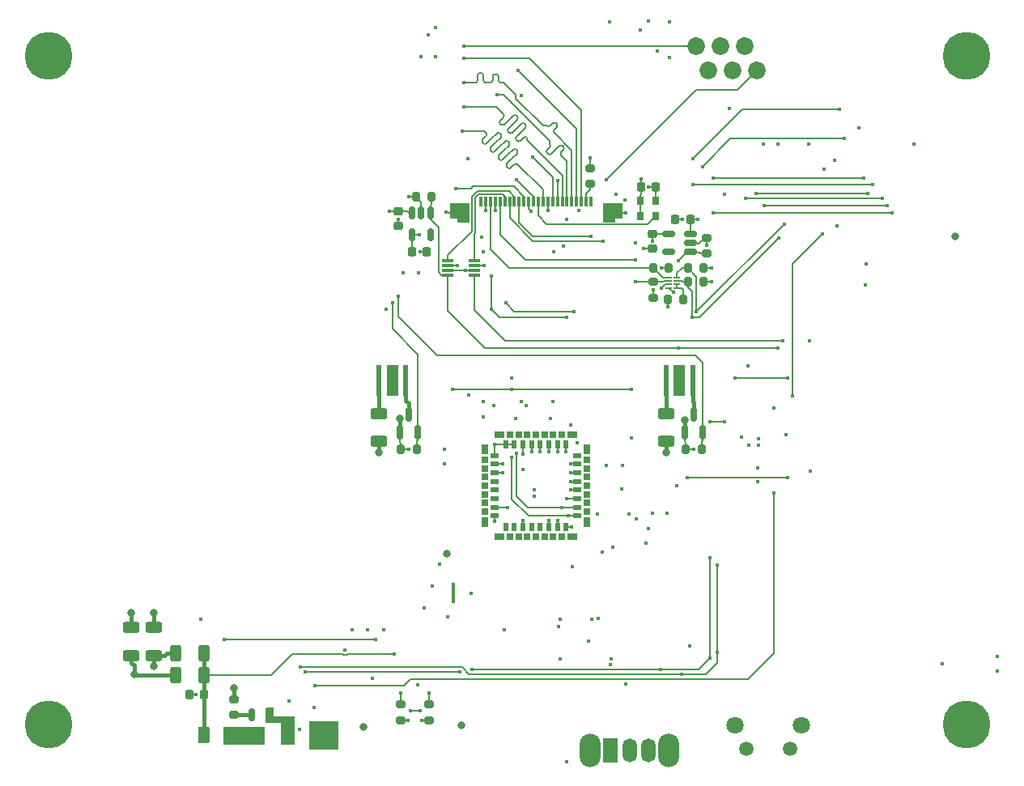
<source format=gbr>
%TF.GenerationSoftware,KiCad,Pcbnew,9.0.6+1*%
%TF.CreationDate,2026-01-21T18:29:13+00:00*%
%TF.ProjectId,Mainboard,4d61696e-626f-4617-9264-2e6b69636164,1.0.0 + (Unreleased)*%
%TF.SameCoordinates,Original*%
%TF.FileFunction,Copper,L4,Bot*%
%TF.FilePolarity,Positive*%
%FSLAX46Y46*%
G04 Gerber Fmt 4.6, Leading zero omitted, Abs format (unit mm)*
G04 Created by KiCad (PCBNEW 9.0.6+1) date 2026-01-21 18:29:13*
%MOMM*%
%LPD*%
G01*
G04 APERTURE LIST*
G04 Aperture macros list*
%AMRoundRect*
0 Rectangle with rounded corners*
0 $1 Rounding radius*
0 $2 $3 $4 $5 $6 $7 $8 $9 X,Y pos of 4 corners*
0 Add a 4 corners polygon primitive as box body*
4,1,4,$2,$3,$4,$5,$6,$7,$8,$9,$2,$3,0*
0 Add four circle primitives for the rounded corners*
1,1,$1+$1,$2,$3*
1,1,$1+$1,$4,$5*
1,1,$1+$1,$6,$7*
1,1,$1+$1,$8,$9*
0 Add four rect primitives between the rounded corners*
20,1,$1+$1,$2,$3,$4,$5,0*
20,1,$1+$1,$4,$5,$6,$7,0*
20,1,$1+$1,$6,$7,$8,$9,0*
20,1,$1+$1,$8,$9,$2,$3,0*%
%AMFreePoly0*
4,1,7,1.050000,-0.975000,-1.050000,-0.975000,-1.050000,0.625000,-0.250000,0.625000,-0.250000,0.975000,1.050000,0.975000,1.050000,-0.975000,1.050000,-0.975000,$1*%
%AMFreePoly1*
4,1,7,0.250000,0.625000,1.050000,0.625000,1.050000,-0.975000,-1.050000,-0.975000,-1.050000,0.975000,0.250000,0.975000,0.250000,0.625000,0.250000,0.625000,$1*%
G04 Aperture macros list end*
%TA.AperFunction,ComponentPad*%
%ADD10C,0.800000*%
%TD*%
%TA.AperFunction,ComponentPad*%
%ADD11C,5.000000*%
%TD*%
%TA.AperFunction,ComponentPad*%
%ADD12C,1.500000*%
%TD*%
%TA.AperFunction,ComponentPad*%
%ADD13C,1.800000*%
%TD*%
%TA.AperFunction,ComponentPad*%
%ADD14O,2.200000X3.500000*%
%TD*%
%TA.AperFunction,ComponentPad*%
%ADD15R,1.500000X2.500000*%
%TD*%
%TA.AperFunction,ComponentPad*%
%ADD16O,1.500000X2.500000*%
%TD*%
%TA.AperFunction,SMDPad,CuDef*%
%ADD17RoundRect,0.225000X0.225000X0.250000X-0.225000X0.250000X-0.225000X-0.250000X0.225000X-0.250000X0*%
%TD*%
%TA.AperFunction,SMDPad,CuDef*%
%ADD18R,0.650000X0.850000*%
%TD*%
%TA.AperFunction,SMDPad,CuDef*%
%ADD19RoundRect,0.225000X-0.250000X0.225000X-0.250000X-0.225000X0.250000X-0.225000X0.250000X0.225000X0*%
%TD*%
%TA.AperFunction,SMDPad,CuDef*%
%ADD20RoundRect,0.075000X0.075000X0.475000X-0.075000X0.475000X-0.075000X-0.475000X0.075000X-0.475000X0*%
%TD*%
%TA.AperFunction,SMDPad,CuDef*%
%ADD21FreePoly0,180.000000*%
%TD*%
%TA.AperFunction,SMDPad,CuDef*%
%ADD22FreePoly1,180.000000*%
%TD*%
%TA.AperFunction,SMDPad,CuDef*%
%ADD23RoundRect,0.200000X0.275000X-0.200000X0.275000X0.200000X-0.275000X0.200000X-0.275000X-0.200000X0*%
%TD*%
%TA.AperFunction,SMDPad,CuDef*%
%ADD24RoundRect,0.250000X-0.625000X0.312500X-0.625000X-0.312500X0.625000X-0.312500X0.625000X0.312500X0*%
%TD*%
%TA.AperFunction,SMDPad,CuDef*%
%ADD25RoundRect,0.200000X-0.275000X0.200000X-0.275000X-0.200000X0.275000X-0.200000X0.275000X0.200000X0*%
%TD*%
%TA.AperFunction,SMDPad,CuDef*%
%ADD26RoundRect,0.150000X-0.150000X0.512500X-0.150000X-0.512500X0.150000X-0.512500X0.150000X0.512500X0*%
%TD*%
%TA.AperFunction,SMDPad,CuDef*%
%ADD27RoundRect,0.200000X0.200000X0.275000X-0.200000X0.275000X-0.200000X-0.275000X0.200000X-0.275000X0*%
%TD*%
%TA.AperFunction,SMDPad,CuDef*%
%ADD28R,0.650000X0.170000*%
%TD*%
%TA.AperFunction,SMDPad,CuDef*%
%ADD29R,0.500000X3.300000*%
%TD*%
%TA.AperFunction,SMDPad,CuDef*%
%ADD30R,1.300000X3.300000*%
%TD*%
%TA.AperFunction,SMDPad,CuDef*%
%ADD31RoundRect,0.200000X-0.200000X-0.275000X0.200000X-0.275000X0.200000X0.275000X-0.200000X0.275000X0*%
%TD*%
%TA.AperFunction,ComponentPad*%
%ADD32C,1.850000*%
%TD*%
%TA.AperFunction,SMDPad,CuDef*%
%ADD33RoundRect,0.250000X-0.312500X-0.625000X0.312500X-0.625000X0.312500X0.625000X-0.312500X0.625000X0*%
%TD*%
%TA.AperFunction,SMDPad,CuDef*%
%ADD34R,0.650000X1.100000*%
%TD*%
%TA.AperFunction,SMDPad,CuDef*%
%ADD35R,0.650000X0.650000*%
%TD*%
%TA.AperFunction,SMDPad,CuDef*%
%ADD36R,1.100000X0.650000*%
%TD*%
%TA.AperFunction,SMDPad,CuDef*%
%ADD37R,0.840000X0.500000*%
%TD*%
%TA.AperFunction,SMDPad,CuDef*%
%ADD38R,0.500000X0.840000*%
%TD*%
%TA.AperFunction,SMDPad,CuDef*%
%ADD39RoundRect,0.087500X0.537500X0.087500X-0.537500X0.087500X-0.537500X-0.087500X0.537500X-0.087500X0*%
%TD*%
%TA.AperFunction,SMDPad,CuDef*%
%ADD40RoundRect,0.225000X-0.225000X-0.250000X0.225000X-0.250000X0.225000X0.250000X-0.225000X0.250000X0*%
%TD*%
%TA.AperFunction,SMDPad,CuDef*%
%ADD41RoundRect,0.150000X0.512500X0.150000X-0.512500X0.150000X-0.512500X-0.150000X0.512500X-0.150000X0*%
%TD*%
%TA.AperFunction,SMDPad,CuDef*%
%ADD42RoundRect,0.250000X-0.375000X-0.625000X0.375000X-0.625000X0.375000X0.625000X-0.375000X0.625000X0*%
%TD*%
%TA.AperFunction,SMDPad,CuDef*%
%ADD43RoundRect,0.150000X0.150000X-0.587500X0.150000X0.587500X-0.150000X0.587500X-0.150000X-0.587500X0*%
%TD*%
%TA.AperFunction,SMDPad,CuDef*%
%ADD44RoundRect,0.250000X0.625000X-0.312500X0.625000X0.312500X-0.625000X0.312500X-0.625000X-0.312500X0*%
%TD*%
%TA.AperFunction,ViaPad*%
%ADD45C,0.450000*%
%TD*%
%TA.AperFunction,ViaPad*%
%ADD46C,0.800000*%
%TD*%
%TA.AperFunction,Conductor*%
%ADD47C,0.200000*%
%TD*%
%TA.AperFunction,Conductor*%
%ADD48C,0.400000*%
%TD*%
%TA.AperFunction,Conductor*%
%ADD49C,0.300000*%
%TD*%
G04 APERTURE END LIST*
D10*
%TO.P,REF\u002A\u002A,1*%
%TO.N,N/C*%
X259125000Y-123000000D03*
X259674175Y-121674175D03*
X259674175Y-124325825D03*
X261000000Y-121125000D03*
D11*
X261000000Y-123000000D03*
D10*
X261000000Y-124875000D03*
X262325825Y-121674175D03*
X262325825Y-124325825D03*
X262875000Y-123000000D03*
%TD*%
D12*
%TO.P,SW901,1,1*%
%TO.N,/Project Architecture/MCU/ESP-Enable*%
X242550000Y-195550000D03*
%TO.P,SW901,2,2*%
%TO.N,GND*%
X238050000Y-195550000D03*
D13*
%TO.P,SW901,SH,B*%
X236800000Y-193050000D03*
X243800000Y-193050000D03*
%TD*%
D10*
%TO.P,REF\u002A\u002A,1*%
%TO.N,N/C*%
X259125000Y-193000000D03*
X259674175Y-191674175D03*
X259674175Y-194325825D03*
X261000000Y-191125000D03*
D11*
X261000000Y-193000000D03*
D10*
X261000000Y-194875000D03*
X262325825Y-191674175D03*
X262325825Y-194325825D03*
X262875000Y-193000000D03*
%TD*%
%TO.P,REF\u002A\u002A,1*%
%TO.N,N/C*%
X163125000Y-193000000D03*
X163674175Y-191674175D03*
X163674175Y-194325825D03*
X165000000Y-191125000D03*
D11*
X165000000Y-193000000D03*
D10*
X165000000Y-194875000D03*
X166325825Y-191674175D03*
X166325825Y-194325825D03*
X166875000Y-193000000D03*
%TD*%
D14*
%TO.P,SW701,*%
%TO.N,*%
X221700000Y-195700000D03*
X229900000Y-195700000D03*
D15*
%TO.P,SW701,1,A*%
%TO.N,Net-(SW701-A)*%
X223800000Y-195700000D03*
D16*
%TO.P,SW701,2,B*%
%TO.N,Net-(IC801-EN)*%
X225800000Y-195700000D03*
%TO.P,SW701,3,C*%
%TO.N,+BATT*%
X227800000Y-195700000D03*
%TD*%
D10*
%TO.P,REF\u002A\u002A,1*%
%TO.N,N/C*%
X163125000Y-123000000D03*
X163674175Y-121674175D03*
X163674175Y-124325825D03*
X165000000Y-121125000D03*
D11*
X165000000Y-123000000D03*
D10*
X165000000Y-124875000D03*
X166325825Y-121674175D03*
X166325825Y-124325825D03*
X166875000Y-123000000D03*
%TD*%
D17*
%TO.P,C702,1*%
%TO.N,Net-(IC702-OUT)*%
X181275000Y-189800000D03*
%TO.P,C702,2*%
%TO.N,GND*%
X179725000Y-189800000D03*
%TD*%
D18*
%TO.P,Y1201,1,Tri-State*%
%TO.N,Camera-2V8*%
X226900000Y-138225000D03*
%TO.P,Y1201,2,GND*%
%TO.N,GND*%
X228550000Y-138225000D03*
%TO.P,Y1201,3,OUT*%
%TO.N,/Project Architecture/Camera/MCLK*%
X228550000Y-139775000D03*
%TO.P,Y1201,4,VDD*%
%TO.N,Camera-2V8*%
X226900000Y-139775000D03*
%TD*%
D19*
%TO.P,C804,1*%
%TO.N,Camera-2V8*%
X228200000Y-141650000D03*
%TO.P,C804,2*%
%TO.N,GND*%
X228200000Y-143200000D03*
%TD*%
D20*
%TO.P,X1201,1,Pin_1*%
%TO.N,unconnected-(X1201-Pin_1-Pad1)*%
X221750000Y-138300000D03*
%TO.P,X1201,2,Pin_2*%
%TO.N,Net-(X1201-Pin_2)*%
X221250000Y-138300000D03*
%TO.P,X1201,3,Pin_3*%
%TO.N,/Project Architecture/Camera/Camera-D2*%
X220750000Y-138300000D03*
%TO.P,X1201,4,Pin_4*%
%TO.N,/Project Architecture/Camera/Camera-D1*%
X220250000Y-138300000D03*
%TO.P,X1201,5,Pin_5*%
%TO.N,/Project Architecture/Camera/Camera-D3*%
X219750000Y-138300000D03*
%TO.P,X1201,6,Pin_6*%
%TO.N,/Project Architecture/Camera/Camera-D0*%
X219250000Y-138300000D03*
%TO.P,X1201,7,Pin_7*%
%TO.N,/Project Architecture/Camera/Camera-D4*%
X218750000Y-138300000D03*
%TO.P,X1201,8,Pin_8*%
%TO.N,/Project Architecture/Camera/Camera-PCLK*%
X218250000Y-138300000D03*
%TO.P,X1201,9,Pin_9*%
%TO.N,/Project Architecture/Camera/Camera-D5*%
X217750000Y-138300000D03*
%TO.P,X1201,10,Pin_10*%
%TO.N,GND*%
X217250000Y-138300000D03*
%TO.P,X1201,11,Pin_11*%
%TO.N,/Project Architecture/Camera/Camera-D6*%
X216750000Y-138300000D03*
%TO.P,X1201,12,Pin_12*%
%TO.N,/Project Architecture/Camera/MCLK*%
X216250000Y-138300000D03*
%TO.P,X1201,13,Pin_13*%
%TO.N,/Project Architecture/Camera/Camera-D7*%
X215750000Y-138300000D03*
%TO.P,X1201,14,Pin_14*%
%TO.N,Camera-2V8*%
X215250000Y-138300000D03*
%TO.P,X1201,15,Pin_15*%
%TO.N,Camera-1V5*%
X214750000Y-138300000D03*
%TO.P,X1201,16,Pin_16*%
%TO.N,/Project Architecture/Camera/Camera-HREF*%
X214250000Y-138300000D03*
%TO.P,X1201,17,Pin_17*%
%TO.N,/Project Architecture/Camera/Camera-PWR_{LV}*%
X213750000Y-138300000D03*
%TO.P,X1201,18,Pin_18*%
%TO.N,/Project Architecture/Camera/Camera-VSync*%
X213250000Y-138300000D03*
%TO.P,X1201,19,Pin_19*%
%TO.N,/Project Architecture/Camera/~{Camera-Reset}_{LV}*%
X212750000Y-138300000D03*
%TO.P,X1201,20,Pin_20*%
%TO.N,/Project Architecture/Camera/SCL_{LV}*%
X212250000Y-138300000D03*
%TO.P,X1201,21,Pin_21*%
%TO.N,Camera-2V8*%
X211750000Y-138300000D03*
%TO.P,X1201,22,Pin_22*%
%TO.N,/Project Architecture/Camera/SDA_{LV}*%
X211250000Y-138300000D03*
%TO.P,X1201,23,Pin_23*%
%TO.N,GND*%
X210750000Y-138300000D03*
%TO.P,X1201,24,Pin_24*%
%TO.N,unconnected-(X1201-Pin_24-Pad24)*%
X210250000Y-138300000D03*
D21*
%TO.P,X1201,MP,MountPin*%
%TO.N,GND*%
X224000000Y-139425000D03*
D22*
X208000000Y-139425000D03*
%TD*%
D23*
%TO.P,R802,1*%
%TO.N,/Project Architecture/Camera/Camera-PWR*%
X233843750Y-143700000D03*
%TO.P,R802,2*%
%TO.N,GND*%
X233843750Y-142050000D03*
%TD*%
D24*
%TO.P,R1104,1*%
%TO.N,Net-(D1101-A)*%
X199600000Y-160437500D03*
%TO.P,R1104,2*%
%TO.N,+BATT*%
X199600000Y-163362500D03*
%TD*%
D19*
%TO.P,C802,1*%
%TO.N,+3V3*%
X201575001Y-139300000D03*
%TO.P,C802,2*%
%TO.N,GND*%
X201575001Y-140850000D03*
%TD*%
D25*
%TO.P,R709,1*%
%TO.N,GND*%
X184400000Y-190312500D03*
%TO.P,R709,2*%
%TO.N,Net-(Q701-G)*%
X184400000Y-191962500D03*
%TD*%
D26*
%TO.P,Q701,1,G*%
%TO.N,Net-(Q701-G)*%
X186250000Y-191962500D03*
%TO.P,Q701,2,S*%
%TO.N,Net-(IC703-CELL)*%
X188150000Y-191962500D03*
%TO.P,Q701,3,D*%
%TO.N,Net-(Q701-D)*%
X187200000Y-194237500D03*
%TD*%
D24*
%TO.P,R1106,1*%
%TO.N,Net-(D1102-A)*%
X229600000Y-160437500D03*
%TO.P,R1106,2*%
%TO.N,+BATT*%
X229600000Y-163362500D03*
%TD*%
D27*
%TO.P,R801,1*%
%TO.N,/Project Architecture/Camera/Camera-PWR*%
X205100000Y-137800000D03*
%TO.P,R801,2*%
%TO.N,GND*%
X203450000Y-137800000D03*
%TD*%
D28*
%TO.P,IC1202,1,GND*%
%TO.N,GND*%
X229900000Y-147300000D03*
%TO.P,IC1202,2,VCC_{1}*%
%TO.N,Camera-2V8*%
X229899999Y-146950000D03*
%TO.P,IC1202,3,SCL_{1}*%
%TO.N,/Project Architecture/Camera/SCL_{LV}*%
X229899999Y-146600000D03*
%TO.P,IC1202,4,SDA_{1}*%
%TO.N,/Project Architecture/Camera/SDA_{LV}*%
X229900000Y-146250000D03*
%TO.P,IC1202,5,SDA_{2}*%
%TO.N,/Project Architecture/Battery/I2C-SDA*%
X230749998Y-146250000D03*
%TO.P,IC1202,6,SCL_{2}*%
%TO.N,/Project Architecture/Battery/I2C-SCL*%
X230749999Y-146600000D03*
%TO.P,IC1202,7,VCC_{2}*%
%TO.N,Net-(IC1202-EN)*%
X230749999Y-146950000D03*
%TO.P,IC1202,8,EN*%
X230749998Y-147300000D03*
%TD*%
D29*
%TO.P,D1102,1,K*%
%TO.N,Net-(D1102-K)*%
X232399999Y-157000000D03*
%TO.P,D1102,2,A*%
%TO.N,Net-(D1102-A)*%
X229600001Y-157000000D03*
D30*
%TO.P,D1102,3*%
%TO.N,N/C*%
X231000000Y-157000000D03*
%TD*%
D31*
%TO.P,R1206,1*%
%TO.N,+3V3*%
X229775000Y-148500000D03*
%TO.P,R1206,2*%
%TO.N,Net-(IC1202-EN)*%
X231425000Y-148500000D03*
%TD*%
%TO.P,R1103,1*%
%TO.N,GND*%
X201875000Y-164200000D03*
%TO.P,R1103,2*%
%TO.N,/Project Architecture/Peripherals/LED-Flash_{1}*%
X203525000Y-164200000D03*
%TD*%
D32*
%TO.P,X901,1,Pin_1*%
%TO.N,/Project Architecture/MCU/ESP-Enable*%
X232790000Y-122030000D03*
%TO.P,X901,2,Pin_2*%
%TO.N,+3V3*%
X234060000Y-124570000D03*
%TO.P,X901,3,Pin_3*%
%TO.N,/Project Architecture/MCU/ESP-TxD*%
X235330000Y-122030000D03*
%TO.P,X901,4,Pin_4*%
%TO.N,GND*%
X236600000Y-124570001D03*
%TO.P,X901,5,Pin_5*%
%TO.N,/Project Architecture/MCU/ESP-RxD*%
X237870000Y-122030000D03*
%TO.P,X901,6,Pin_6*%
%TO.N,/Project Architecture/MCU/ESP-Boot*%
X239140000Y-124570000D03*
%TD*%
D33*
%TO.P,R711,1*%
%TO.N,Net-(IC703-CELL)*%
X190037500Y-194100000D03*
%TO.P,R711,2*%
%TO.N,+BATT*%
X192962500Y-194100000D03*
%TD*%
D29*
%TO.P,D1101,1,K*%
%TO.N,Net-(D1101-K)*%
X202399999Y-157000000D03*
%TO.P,D1101,2,A*%
%TO.N,Net-(D1101-A)*%
X199600001Y-157000000D03*
D30*
%TO.P,D1101,3*%
%TO.N,N/C*%
X201000000Y-157000000D03*
%TD*%
D34*
%TO.P,X1001,*%
%TO.N,*%
X210695000Y-164175000D03*
D35*
X210695000Y-165300000D03*
X210695000Y-166200000D03*
X210695000Y-167100000D03*
X210695000Y-168000000D03*
X210695000Y-168900000D03*
X210695000Y-169800000D03*
X210695000Y-170700000D03*
D34*
X210695000Y-171825000D03*
D36*
X212175000Y-162695000D03*
X212175000Y-173305000D03*
D35*
X213300000Y-162695000D03*
X213300000Y-173305000D03*
X214200000Y-162695000D03*
X214200000Y-173305000D03*
X215100000Y-162695000D03*
X215100000Y-173305000D03*
X216000000Y-162695000D03*
X216000000Y-173305000D03*
X216900000Y-162695000D03*
X216900000Y-173305000D03*
X217800000Y-162695000D03*
X217800000Y-173305000D03*
X218700000Y-162695000D03*
X218700000Y-173305000D03*
D36*
X219825000Y-162695000D03*
X219825000Y-173305000D03*
D34*
X221305000Y-164175000D03*
D35*
X221305000Y-165300000D03*
X221305000Y-166200000D03*
X221305000Y-167100000D03*
X221305000Y-168000000D03*
X221305000Y-168900000D03*
X221305000Y-169800000D03*
X221305000Y-170700000D03*
D34*
X221305000Y-171825000D03*
D37*
%TO.P,X1001,1,Pin_1*%
%TO.N,GND*%
X211690000Y-171150000D03*
%TO.P,X1001,2,Pin_2*%
%TO.N,/Project Architecture/Lepton/Lepton-VSync_{LV}*%
X211690000Y-170250000D03*
%TO.P,X1001,3,Pin_3*%
%TO.N,unconnected-(X1001-Pin_3-Pad3)*%
X211690000Y-169350000D03*
%TO.P,X1001,4,Pin_4*%
%TO.N,unconnected-(X1001-Pin_4-Pad4)*%
X211690000Y-168450000D03*
%TO.P,X1001,5,Pin_5*%
%TO.N,unconnected-(X1001-Pin_5-Pad5)*%
X211690000Y-167550000D03*
%TO.P,X1001,6,Pin_6*%
%TO.N,GND*%
X211690000Y-166650000D03*
%TO.P,X1001,7,Pin_7*%
%TO.N,Lepton-1V2*%
X211690000Y-165750000D03*
%TO.P,X1001,8,Pin_8*%
%TO.N,GND*%
X211690000Y-164850000D03*
D38*
%TO.P,X1001,9,Pin_9*%
X212850000Y-163690000D03*
%TO.P,X1001,10,Pin_10*%
X213750000Y-163690000D03*
%TO.P,X1001,11,Pin_11*%
%TO.N,Net-(X1001-Pin_11)*%
X214650000Y-163690000D03*
%TO.P,X1001,12,Pin_12*%
%TO.N,/Project Architecture/Lepton/Lepton-MISO_{LV}*%
X215550000Y-163690000D03*
%TO.P,X1001,13,Pin_13*%
%TO.N,/Project Architecture/Lepton/Lepton-SCLK_{LV}*%
X216450000Y-163690000D03*
%TO.P,X1001,14,Pin_14*%
%TO.N,/Project Architecture/Lepton/~{Lepton-CS}_{LV}*%
X217350000Y-163690000D03*
%TO.P,X1001,15,Pin_15*%
%TO.N,GND*%
X218250000Y-163690000D03*
%TO.P,X1001,16,Pin_16*%
%TO.N,Lepton-3V0*%
X219150000Y-163690000D03*
D37*
%TO.P,X1001,17,Pin_17*%
%TO.N,unconnected-(X1001-Pin_17-Pad17)*%
X220310000Y-164850000D03*
%TO.P,X1001,18,Pin_18*%
%TO.N,GND*%
X220310000Y-165750000D03*
%TO.P,X1001,19,Pin_19*%
%TO.N,Lepton-2V8*%
X220310000Y-166650000D03*
%TO.P,X1001,20,Pin_20*%
%TO.N,GND*%
X220310000Y-167550000D03*
%TO.P,X1001,21,Pin_21*%
%TO.N,/Project Architecture/Lepton/SCL_{LV}*%
X220310000Y-168450000D03*
%TO.P,X1001,22,Pin_22*%
%TO.N,/Project Architecture/Lepton/SDA_{LV}*%
X220310000Y-169350000D03*
%TO.P,X1001,23,Pin_23*%
%TO.N,/Project Architecture/Lepton/~{Lepton-PWR}_{LV}*%
X220310000Y-170250000D03*
%TO.P,X1001,24,Pin_24*%
%TO.N,/Project Architecture/Lepton/~{Lepton-Reset}_{LV}*%
X220310000Y-171150000D03*
D38*
%TO.P,X1001,25,Pin_25*%
%TO.N,GND*%
X219150000Y-172310000D03*
%TO.P,X1001,26,Pin_26*%
%TO.N,Net-(X1001-Pin_26)*%
X218250000Y-172310000D03*
%TO.P,X1001,27,Pin_27*%
%TO.N,GND*%
X217350000Y-172310000D03*
%TO.P,X1001,28,Pin_28*%
%TO.N,unconnected-(X1001-Pin_28-Pad28)*%
X216450000Y-172310000D03*
%TO.P,X1001,29,Pin_29*%
%TO.N,unconnected-(X1001-Pin_29-Pad29)*%
X215550000Y-172310000D03*
%TO.P,X1001,30,Pin_30*%
%TO.N,GND*%
X214650000Y-172310000D03*
%TO.P,X1001,31,Pin_31*%
%TO.N,unconnected-(X1001-Pin_31-Pad31)*%
X213750000Y-172310000D03*
%TO.P,X1001,32,Pin_32*%
%TO.N,unconnected-(X1001-Pin_32-Pad32)*%
X212850000Y-172310000D03*
%TD*%
D39*
%TO.P,IC1201,1,B2*%
%TO.N,/Project Architecture/Camera/~{Camera-Reset}_{LV}*%
X209600000Y-144449999D03*
%TO.P,IC1201,2,GND*%
%TO.N,GND*%
X209600000Y-144950000D03*
%TO.P,IC1201,3,VCCA*%
%TO.N,+3V3*%
X209600000Y-145450000D03*
%TO.P,IC1201,4,A2*%
%TO.N,/Project Architecture/Camera/~{Camera-Reset}*%
X209600000Y-145950001D03*
%TO.P,IC1201,5,A1*%
%TO.N,/Project Architecture/Camera/Camera-PWR*%
X206800000Y-145950001D03*
%TO.P,IC1201,6,OE*%
%TO.N,+3V3*%
X206800000Y-145450000D03*
%TO.P,IC1201,7,VCCB*%
%TO.N,Camera-2V8*%
X206800000Y-144950000D03*
%TO.P,IC1201,8,B1*%
%TO.N,/Project Architecture/Camera/Camera-PWR_{LV}*%
X206800000Y-144449999D03*
%TD*%
D17*
%TO.P,C803,1*%
%TO.N,+3V3*%
X232137500Y-140100000D03*
%TO.P,C803,2*%
%TO.N,GND*%
X230587500Y-140100000D03*
%TD*%
D31*
%TO.P,R1208,1*%
%TO.N,/Project Architecture/Battery/I2C-SDA*%
X231875000Y-145200000D03*
%TO.P,R1208,2*%
%TO.N,+3V3*%
X233525000Y-145200000D03*
%TD*%
D40*
%TO.P,C805,1*%
%TO.N,Camera-1V5*%
X203050000Y-143500000D03*
%TO.P,C805,2*%
%TO.N,GND*%
X204600000Y-143500000D03*
%TD*%
D33*
%TO.P,R705,1*%
%TO.N,Net-(X702-Pin_1)*%
X178350000Y-185500000D03*
%TO.P,R705,2*%
%TO.N,Net-(IC702-OUT)*%
X181275000Y-185500000D03*
%TD*%
D41*
%TO.P,IC802,1,IN*%
%TO.N,+3V3*%
X232137500Y-141650000D03*
%TO.P,IC802,2,GND*%
%TO.N,GND*%
X232137500Y-142600000D03*
%TO.P,IC802,3,EN*%
%TO.N,/Project Architecture/Camera/Camera-PWR*%
X232137500Y-143550000D03*
%TO.P,IC802,4,NC*%
%TO.N,unconnected-(IC802-NC-Pad4)*%
X229862500Y-143550000D03*
%TO.P,IC802,5,OUT*%
%TO.N,Camera-2V8*%
X229862500Y-141650000D03*
%TD*%
D42*
%TO.P,F701,1*%
%TO.N,Net-(IC702-OUT)*%
X181275000Y-194110000D03*
%TO.P,F701,2*%
%TO.N,Net-(Q701-D)*%
X184075000Y-194110000D03*
%TD*%
D43*
%TO.P,Q1102,1,G*%
%TO.N,/Project Architecture/Peripherals/LED-Flash_{2}*%
X233450000Y-162437500D03*
%TO.P,Q1102,2,S*%
%TO.N,GND*%
X231550000Y-162437500D03*
%TO.P,Q1102,3,D*%
%TO.N,Net-(D1102-K)*%
X232500000Y-160562500D03*
%TD*%
D31*
%TO.P,R1105,1*%
%TO.N,GND*%
X231675000Y-164200000D03*
%TO.P,R1105,2*%
%TO.N,/Project Architecture/Peripherals/LED-Flash_{2}*%
X233325000Y-164200000D03*
%TD*%
D33*
%TO.P,R707,1*%
%TO.N,Net-(X702-Pin_2)*%
X178350000Y-187800000D03*
%TO.P,R707,2*%
%TO.N,Net-(IC702-OUT)*%
X181275000Y-187800000D03*
%TD*%
D40*
%TO.P,C1201,1*%
%TO.N,Camera-2V8*%
X227000000Y-136725000D03*
%TO.P,C1201,2*%
%TO.N,GND*%
X228550000Y-136725000D03*
%TD*%
D24*
%TO.P,R706,1*%
%TO.N,GND*%
X176000000Y-182837500D03*
%TO.P,R706,2*%
%TO.N,Net-(X702-Pin_1)*%
X176000000Y-185762500D03*
%TD*%
D43*
%TO.P,Q1101,1,G*%
%TO.N,/Project Architecture/Peripherals/LED-Flash_{1}*%
X203650000Y-162437500D03*
%TO.P,Q1101,2,S*%
%TO.N,GND*%
X201750000Y-162437500D03*
%TO.P,Q1101,3,D*%
%TO.N,Net-(D1101-K)*%
X202700000Y-160562500D03*
%TD*%
D26*
%TO.P,IC803,1,IN*%
%TO.N,+3V3*%
X203050000Y-139462500D03*
%TO.P,IC803,2,GND*%
%TO.N,GND*%
X204000000Y-139462500D03*
%TO.P,IC803,3,EN*%
%TO.N,/Project Architecture/Camera/Camera-PWR*%
X204950000Y-139462500D03*
%TO.P,IC803,4,NC*%
%TO.N,unconnected-(IC803-NC-Pad4)*%
X204950000Y-141737500D03*
%TO.P,IC803,5,OUT*%
%TO.N,Camera-1V5*%
X203050000Y-141737500D03*
%TD*%
D23*
%TO.P,R702,1*%
%TO.N,GND*%
X201850000Y-192525000D03*
%TO.P,R702,2*%
%TO.N,Net-(X701-CC1)*%
X201850000Y-190875000D03*
%TD*%
%TO.P,R701,1*%
%TO.N,GND*%
X204850000Y-192525000D03*
%TO.P,R701,2*%
%TO.N,Net-(X701-CC2)*%
X204850000Y-190875000D03*
%TD*%
D25*
%TO.P,R1204,1*%
%TO.N,/Project Architecture/Camera/SCL_{LV}*%
X228300000Y-146675000D03*
%TO.P,R1204,2*%
%TO.N,Camera-2V8*%
X228300000Y-148325000D03*
%TD*%
D44*
%TO.P,R708,1*%
%TO.N,Net-(X702-Pin_2)*%
X173700000Y-185762500D03*
%TO.P,R708,2*%
%TO.N,GND*%
X173700000Y-182837500D03*
%TD*%
D23*
%TO.P,R1201,1*%
%TO.N,Net-(X1201-Pin_2)*%
X221700000Y-136425000D03*
%TO.P,R1201,2*%
%TO.N,+3V3*%
X221700000Y-134775000D03*
%TD*%
D31*
%TO.P,R1207,1*%
%TO.N,/Project Architecture/Battery/I2C-SCL*%
X231875000Y-146700000D03*
%TO.P,R1207,2*%
%TO.N,+3V3*%
X233525000Y-146700000D03*
%TD*%
%TO.P,R1205,1*%
%TO.N,/Project Architecture/Camera/SDA_{LV}*%
X228275000Y-145200000D03*
%TO.P,R1205,2*%
%TO.N,Camera-2V8*%
X229925000Y-145200000D03*
%TD*%
D45*
%TO.N,GND*%
X206400000Y-164200000D03*
X222900000Y-174900000D03*
X221460000Y-184270000D03*
X225400000Y-139425000D03*
X205900000Y-176225000D03*
X239175000Y-167600000D03*
X202700000Y-164200000D03*
X218250000Y-164400000D03*
D46*
X201750000Y-160950000D03*
D45*
X227800000Y-136725000D03*
D46*
X208210000Y-193100000D03*
D45*
X210600000Y-144950000D03*
X205150000Y-178500000D03*
X221800000Y-182000000D03*
X210750000Y-139200000D03*
X201575000Y-140130000D03*
X225025000Y-165875000D03*
X206600000Y-139400000D03*
X196054999Y-185200000D03*
X223800000Y-186700000D03*
X238300000Y-163725000D03*
D46*
X259875000Y-141900000D03*
D45*
X217350000Y-171600000D03*
D46*
X176000000Y-181300000D03*
D45*
X233843750Y-142843750D03*
X217250000Y-139200000D03*
X202100000Y-145700000D03*
X242150000Y-162650000D03*
X219200000Y-196900000D03*
X203859876Y-143500000D03*
X264300000Y-187425000D03*
X180975001Y-182000000D03*
X247250000Y-133950000D03*
X211600000Y-159600000D03*
X219700000Y-172310000D03*
X210475000Y-159175000D03*
X190205000Y-190487500D03*
X232500000Y-164200000D03*
X219675000Y-161625000D03*
X214650000Y-166325000D03*
X240850000Y-159900000D03*
X219600000Y-167550000D03*
X202605000Y-192525000D03*
X191305000Y-193475000D03*
X209000000Y-158500000D03*
D46*
X184400000Y-189150000D03*
D45*
X212500000Y-166650000D03*
X219600000Y-165750000D03*
D46*
X173700000Y-181300000D03*
D45*
X231337500Y-140100000D03*
X230700000Y-167975000D03*
X227300000Y-143200000D03*
X215000000Y-159600000D03*
X229725000Y-170875000D03*
X204080000Y-192525000D03*
X209257957Y-179264617D03*
X220300000Y-163550000D03*
X244500000Y-132300000D03*
X226500000Y-171500000D03*
X205500000Y-120075000D03*
X214650000Y-171600000D03*
X203605000Y-188800000D03*
X223700000Y-119490000D03*
X258487500Y-186650000D03*
D46*
X231550000Y-161150000D03*
D45*
X230400000Y-147800000D03*
X255500000Y-132300000D03*
X211690000Y-163690000D03*
X180475000Y-189800000D03*
D46*
X197990000Y-193200000D03*
D45*
X225000000Y-168350000D03*
X238150000Y-155500000D03*
X205500000Y-123125000D03*
X198855000Y-188109876D03*
X206400000Y-165750000D03*
X226000000Y-162975000D03*
X211690000Y-171700000D03*
X214500000Y-127210000D03*
X202700000Y-137800000D03*
X204305000Y-180775000D03*
X250500000Y-144775000D03*
%TO.N,+3V3*%
X236200000Y-128500000D03*
X196800000Y-183100000D03*
X232100000Y-184800000D03*
X246100000Y-134900000D03*
X239200000Y-166100000D03*
X239800000Y-132275000D03*
X204700000Y-120875000D03*
X217775001Y-159175001D03*
X223400000Y-165875000D03*
X192800000Y-191225000D03*
X214500000Y-159175000D03*
D46*
X206700000Y-175100000D03*
D45*
X229775000Y-149300000D03*
X204000000Y-123100000D03*
X227800000Y-172500000D03*
X239300000Y-163800000D03*
X225400000Y-188750000D03*
X200700000Y-139300000D03*
X247500000Y-140800000D03*
X224000000Y-174400000D03*
X232900000Y-140100000D03*
X210475000Y-160800000D03*
X228200000Y-170875000D03*
X221700000Y-133700000D03*
X234400000Y-146700000D03*
X244600000Y-152800000D03*
X234400000Y-145200000D03*
X198405000Y-183100000D03*
X227500000Y-174000000D03*
X208600000Y-145450000D03*
X241300000Y-132275000D03*
X203725000Y-145700000D03*
X235700000Y-137475000D03*
X264300000Y-185875000D03*
X244720001Y-166500000D03*
X227800000Y-119375000D03*
X250475000Y-146975000D03*
X237500000Y-162925000D03*
X223900000Y-186100000D03*
%TO.N,/Project Architecture/Lepton/~{Lepton-Reset}_{LV}*%
X219400000Y-171150000D03*
X213500000Y-165000000D03*
%TO.N,/Project Architecture/Lepton/Lepton-VSync_{LV}*%
X213000000Y-170250000D03*
%TO.N,/Project Architecture/Lepton/~{Lepton-PWR}_{LV}*%
X214000000Y-164600000D03*
X218700000Y-170250000D03*
%TO.N,/Project Architecture/Lepton/~{Lepton-PWR}*%
X226000000Y-157900000D03*
X207300000Y-157900000D03*
X242350000Y-167150000D03*
X231800000Y-167150000D03*
X213500000Y-157900000D03*
%TO.N,/Project Architecture/Lepton/SDA_{LV}*%
X219200000Y-169350000D03*
%TO.N,/Project Architecture/Lepton/SCL_{LV}*%
X219600000Y-168450000D03*
%TO.N,/Project Architecture/Lepton/~{Lepton-CS}_{LV}*%
X217350000Y-164400000D03*
%TO.N,/Project Architecture/Lepton/Lepton-SCLK_{LV}*%
X216450000Y-164400000D03*
%TO.N,/Project Architecture/Lepton/Lepton-MISO_{LV}*%
X215550000Y-164400000D03*
%TO.N,/Project Architecture/Battery/Battery-Charge*%
X212700000Y-183100000D03*
X200100000Y-183100000D03*
%TO.N,/Project Architecture/Camera/Camera-PWR*%
X230900000Y-144500000D03*
X241350000Y-153600000D03*
X230900000Y-153600000D03*
%TO.N,/Project Architecture/Camera/~{Camera-Reset}*%
X241850000Y-152800000D03*
%TO.N,/Project Architecture/Camera/SCL_{LV}*%
X226400000Y-144400000D03*
X226400000Y-146675000D03*
%TO.N,Net-(X1001-Pin_26)*%
X218250000Y-171600000D03*
D46*
%TO.N,+BATT*%
X194600000Y-193200000D03*
D45*
X218400000Y-182700000D03*
X218500000Y-182000000D03*
X218500000Y-186100000D03*
D46*
X199600000Y-164500000D03*
X194600000Y-195000000D03*
D45*
X206750000Y-181700000D03*
X207400000Y-180125000D03*
D46*
X229600000Y-164500000D03*
D45*
X207400000Y-178300000D03*
D46*
X194600000Y-194100000D03*
D45*
X222500000Y-181900000D03*
%TO.N,Lepton-2V8*%
X219600000Y-166650000D03*
%TO.N,Lepton-1V2*%
X212500000Y-165750000D03*
%TO.N,Lepton-3V0*%
X215800000Y-168450000D03*
X222425000Y-171000000D03*
X217500000Y-161000000D03*
X225700000Y-171000000D03*
X219150000Y-164400000D03*
X215825000Y-169125000D03*
X219800000Y-176500000D03*
X213900000Y-161000000D03*
%TO.N,/Project Architecture/MCU/~{Expander-Int}*%
X226900000Y-120300000D03*
X239300000Y-163100000D03*
%TO.N,/Project Architecture/Peripherals/~{SD-CD}*%
X242850000Y-158600000D03*
X246000000Y-141625000D03*
%TO.N,/Project Architecture/Display/SPI-MOSI*%
X237900000Y-137900000D03*
X252250000Y-137900000D03*
%TO.N,/Project Architecture/Display/~{Touch-Reset}*%
X224400000Y-137500000D03*
X232450000Y-133750000D03*
X220445000Y-139200000D03*
X247750000Y-128600000D03*
%TO.N,/Project Architecture/Display/~{Display-Reset}*%
X217900000Y-143500000D03*
X210500000Y-143500000D03*
X234500000Y-135800000D03*
X250250000Y-135800000D03*
%TO.N,/Project Architecture/Display/Display-DC*%
X251250000Y-136500000D03*
X232400000Y-136500000D03*
X210285000Y-142000000D03*
X218900000Y-142900000D03*
%TO.N,/Project Architecture/Display/~{Touch-IRQ}*%
X219175000Y-140100000D03*
X225300000Y-138100000D03*
X248250000Y-131700000D03*
X233400000Y-134600000D03*
%TO.N,/Project Architecture/Display/SPI-MISO*%
X252750000Y-138700000D03*
X239878000Y-138700000D03*
%TO.N,/Project Architecture/Display/SPI-SCLK*%
X250750000Y-137400000D03*
X239000000Y-137400000D03*
%TO.N,Camera-2V8*%
X211800000Y-139200000D03*
X227000000Y-135900000D03*
X215500000Y-139300000D03*
X228200000Y-142400000D03*
X229161034Y-147300000D03*
X228300000Y-147500000D03*
X207800000Y-144950000D03*
X229100000Y-145200000D03*
%TO.N,Camera-1V5*%
X207600000Y-136900000D03*
X203800000Y-141737500D03*
%TO.N,/Project Architecture/MCU/ESP-Enable*%
X208500000Y-122030000D03*
%TO.N,/Project Architecture/Battery/I2C-SDA*%
X241950000Y-140650000D03*
X212825000Y-148875000D03*
X191400000Y-187000000D03*
X235000000Y-176300000D03*
X220000000Y-149800000D03*
X235000000Y-185400000D03*
X232800000Y-149800000D03*
X231275000Y-187700000D03*
%TO.N,/Project Architecture/Battery/I2C-SCL*%
X211300000Y-149525000D03*
X219200000Y-150400000D03*
X232300000Y-150400000D03*
X229000000Y-187200000D03*
X209339752Y-187200000D03*
X191831000Y-187500000D03*
X211300000Y-146045000D03*
X234200000Y-161350000D03*
X235700000Y-161350000D03*
X241400000Y-142100000D03*
X234200000Y-186000000D03*
X208005000Y-187500000D03*
X234200000Y-175500000D03*
%TO.N,/Project Architecture/Camera/Camera-D7*%
X213999999Y-136000000D03*
%TO.N,/Project Architecture/Camera/Camera-D5*%
X215650000Y-133650000D03*
%TO.N,/Project Architecture/Camera/Camera-VSync*%
X222985000Y-142400000D03*
%TO.N,/Project Architecture/Camera/Camera-D0*%
X211900000Y-127110000D03*
%TO.N,/Project Architecture/Camera/Camera-HREF*%
X221715000Y-141900000D03*
%TO.N,/Project Architecture/Camera/Camera-D6*%
X208300000Y-130920000D03*
%TO.N,/Project Architecture/Display/Display-Backlight*%
X253250000Y-139500000D03*
X226400000Y-142600000D03*
X234500000Y-139500000D03*
X200300000Y-149525000D03*
%TO.N,/Project Architecture/Camera/Camera-D2*%
X208500000Y-123300000D03*
%TO.N,/Project Architecture/MCU/ESP-Boot*%
X223400000Y-136000000D03*
%TO.N,/Project Architecture/Camera/Camera-D3*%
X208500000Y-125840000D03*
%TO.N,/Project Architecture/Camera/Camera-D1*%
X214170000Y-124570000D03*
%TO.N,/Project Architecture/Camera/Camera-PCLK*%
X218250000Y-136100000D03*
X208900000Y-133800000D03*
%TO.N,/Project Architecture/Camera/Camera-D4*%
X208500000Y-128380000D03*
%TO.N,/Project Architecture/MCU/ESP-RxD*%
X230000000Y-123200000D03*
X230000000Y-119500000D03*
%TO.N,Net-(X701-CC2)*%
X204850000Y-189700000D03*
%TO.N,Net-(X701-CC1)*%
X201850000Y-189700000D03*
%TO.N,Net-(X1001-Pin_11)*%
X214650000Y-164700000D03*
%TO.N,/Project Architecture/Lepton/~{Lepton-Reset}*%
X242350000Y-156700000D03*
X236800000Y-156700000D03*
X213500000Y-156700000D03*
%TO.N,/Project Architecture/Peripherals/LED-Flash_{2}*%
X201600000Y-148225000D03*
%TO.N,/Project Architecture/Peripherals/LED-Flash_{1}*%
X201000000Y-148875000D03*
%TO.N,/Project Architecture/Display/~{Display-Expander-Int}*%
X228700000Y-122500000D03*
X249750000Y-130600000D03*
%TO.N,Net-(IC702-OUT)*%
X201200000Y-185600000D03*
%TO.N,Net-(IC701-I{slash}O2-Pad3)*%
X202850000Y-191500000D03*
X203850000Y-191500000D03*
%TO.N,Net-(IC702-TS)*%
X183400000Y-184100000D03*
X199205000Y-184100000D03*
%TO.N,Net-(IC703-CELL)*%
X190305000Y-192700000D03*
%TO.N,/Project Architecture/Battery/~{Battery-Alert}*%
X240850000Y-168800000D03*
X192925000Y-188900000D03*
D46*
%TO.N,Net-(X702-Pin_1)*%
X176000000Y-186900000D03*
%TO.N,Net-(X702-Pin_2)*%
X174000000Y-187700000D03*
%TD*%
D47*
%TO.N,GND*%
X217250000Y-139200000D02*
X217250000Y-138300000D01*
D48*
X176000000Y-182837500D02*
X176000000Y-181300000D01*
D47*
X233843750Y-142050000D02*
X233668750Y-142050000D01*
X202605000Y-192525000D02*
X201855000Y-192525000D01*
X211690000Y-163690000D02*
X212850000Y-163690000D01*
X210750000Y-139200000D02*
X210750000Y-138300000D01*
X229900000Y-147300000D02*
X230400000Y-147800000D01*
X211690000Y-171150000D02*
X211690000Y-171700000D01*
X217350000Y-171600000D02*
X217350000Y-172310000D01*
X228550000Y-138225000D02*
X228550000Y-136725000D01*
D48*
X231550000Y-161150000D02*
X231550000Y-162437500D01*
D47*
X202700000Y-137800000D02*
X203450000Y-137800000D01*
X231675000Y-164200000D02*
X232500000Y-164200000D01*
X233668750Y-142050000D02*
X233043750Y-142675000D01*
X219600000Y-165750000D02*
X220310000Y-165750000D01*
X212850000Y-163690000D02*
X213750000Y-163690000D01*
X206600000Y-139400000D02*
X206625000Y-139425000D01*
X201750000Y-163450000D02*
X201750000Y-162437500D01*
X211690000Y-164850000D02*
X211690000Y-163690000D01*
X230587500Y-140100000D02*
X231337500Y-140100000D01*
X233043750Y-142675000D02*
X232181250Y-142674999D01*
X204000000Y-139462500D02*
X204000000Y-138350000D01*
X231675000Y-164200000D02*
X231675000Y-163475000D01*
X231550000Y-163350000D02*
X231550000Y-162437500D01*
X231675000Y-163475000D02*
X231550000Y-163350000D01*
X180475000Y-189800000D02*
X179725000Y-189800000D01*
X209600000Y-144950000D02*
X210600000Y-144950000D01*
X201575000Y-140130000D02*
X201575000Y-140850000D01*
X219700000Y-172310000D02*
X219150000Y-172310000D01*
X201875000Y-164200000D02*
X202700000Y-164200000D01*
X201875000Y-163575000D02*
X201750000Y-163450000D01*
X225400000Y-139425000D02*
X224000000Y-139425000D01*
X214650000Y-171600000D02*
X214650000Y-172310000D01*
X233843750Y-142843750D02*
X233843750Y-142050000D01*
X212500000Y-166650000D02*
X211690000Y-166650000D01*
X227800000Y-136725000D02*
X228550000Y-136725000D01*
X219600000Y-167550000D02*
X220310000Y-167550000D01*
X218250000Y-164400000D02*
X218250000Y-163690000D01*
D48*
X184400000Y-189150000D02*
X184400000Y-190312500D01*
D47*
X204000000Y-138350000D02*
X203450000Y-137800000D01*
X206625000Y-139425000D02*
X208000000Y-139425000D01*
X227300000Y-143200000D02*
X228200000Y-143200000D01*
D48*
X173700000Y-182837500D02*
X173700000Y-181300000D01*
D47*
X204080000Y-192525000D02*
X204855000Y-192525000D01*
X201875000Y-164200000D02*
X201875000Y-163575000D01*
D48*
X201750000Y-160950000D02*
X201750000Y-162437500D01*
D47*
X203859876Y-143500000D02*
X204575000Y-143500000D01*
%TO.N,+3V3*%
X206800000Y-145450000D02*
X208600000Y-145450000D01*
X201575001Y-139300000D02*
X200700000Y-139300000D01*
X203049999Y-139462501D02*
X202732501Y-139462501D01*
X233525000Y-145200000D02*
X234400000Y-145200000D01*
X202570000Y-139300000D02*
X201575000Y-139300000D01*
X233525000Y-146700000D02*
X234400000Y-146700000D01*
X203050000Y-139462500D02*
X203049999Y-139462501D01*
X232900000Y-140100000D02*
X232137500Y-140100000D01*
X229775000Y-149300000D02*
X229775000Y-148500000D01*
X221700000Y-134775000D02*
X221700000Y-133700000D01*
X202732501Y-139462501D02*
X202570000Y-139300000D01*
X208600000Y-145450000D02*
X209600000Y-145450000D01*
X232137500Y-140100000D02*
X232137500Y-141650000D01*
%TO.N,/Project Architecture/Lepton/~{Lepton-Reset}_{LV}*%
X219400000Y-171150000D02*
X215250000Y-171150000D01*
X213500000Y-169400000D02*
X213500000Y-165000000D01*
X220310000Y-171150000D02*
X219400000Y-171150000D01*
X215250000Y-171150000D02*
X213500000Y-169400000D01*
%TO.N,/Project Architecture/Lepton/Lepton-VSync_{LV}*%
X213000000Y-170250000D02*
X211690000Y-170250000D01*
%TO.N,/Project Architecture/Lepton/~{Lepton-PWR}_{LV}*%
X215150000Y-170250000D02*
X218700000Y-170250000D01*
X214000000Y-169100000D02*
X215150000Y-170250000D01*
X214000000Y-164600000D02*
X214000000Y-169100000D01*
X218700000Y-170250000D02*
X220310000Y-170250000D01*
%TO.N,/Project Architecture/Lepton/~{Lepton-PWR}*%
X207300000Y-157900000D02*
X213500000Y-157900000D01*
X242350000Y-167150000D02*
X231800000Y-167150000D01*
X213500000Y-157900000D02*
X226000000Y-157900000D01*
%TO.N,/Project Architecture/Lepton/SDA_{LV}*%
X219200000Y-169350000D02*
X220310000Y-169350000D01*
%TO.N,/Project Architecture/Lepton/SCL_{LV}*%
X219600000Y-168450000D02*
X220310000Y-168450000D01*
%TO.N,/Project Architecture/Lepton/~{Lepton-CS}_{LV}*%
X217350000Y-164400000D02*
X217350000Y-163690000D01*
%TO.N,/Project Architecture/Lepton/Lepton-SCLK_{LV}*%
X216450000Y-164400000D02*
X216450000Y-163690000D01*
%TO.N,/Project Architecture/Lepton/Lepton-MISO_{LV}*%
X215550000Y-164400000D02*
X215550000Y-163690000D01*
%TO.N,/Project Architecture/Camera/~{Camera-Reset}_{LV}*%
X212499999Y-137500000D02*
X212750000Y-137750001D01*
X209607000Y-137893000D02*
X210000000Y-137500000D01*
X209600000Y-141561034D02*
X209607000Y-141554034D01*
X210000000Y-137500000D02*
X212499999Y-137500000D01*
X212750000Y-137750001D02*
X212750000Y-138300000D01*
X209607000Y-141554034D02*
X209607000Y-137893000D01*
X209600000Y-144449999D02*
X209600000Y-141561034D01*
%TO.N,/Project Architecture/Camera/Camera-PWR*%
X206125000Y-145950001D02*
X205800000Y-145625001D01*
X204950000Y-139462500D02*
X204950000Y-138670000D01*
X206800000Y-145950001D02*
X206800000Y-149700000D01*
X233168750Y-143700000D02*
X233093750Y-143625000D01*
X230900000Y-144500000D02*
X231850000Y-143550000D01*
X205800000Y-145625001D02*
X205800000Y-141000000D01*
X206800000Y-149700000D02*
X210700000Y-153600000D01*
X204950000Y-138670000D02*
X205100000Y-138520000D01*
X206800000Y-145950001D02*
X206125000Y-145950001D01*
X210700000Y-153600000D02*
X230900000Y-153600000D01*
X205800000Y-141000000D02*
X204950000Y-140150000D01*
X231850000Y-143550000D02*
X232137500Y-143550000D01*
X205100000Y-138520000D02*
X205100000Y-137800000D01*
X233093750Y-143625000D02*
X232181250Y-143625000D01*
X241350000Y-153600000D02*
X230900000Y-153600000D01*
X233843750Y-143700000D02*
X233168750Y-143700000D01*
X204950000Y-140150000D02*
X204950000Y-139462500D01*
%TO.N,/Project Architecture/Camera/~{Camera-Reset}*%
X241900000Y-152800000D02*
X212800000Y-152800000D01*
X212800000Y-152800000D02*
X209600000Y-149600000D01*
X209600000Y-149600000D02*
X209600000Y-145950001D01*
%TO.N,/Project Architecture/Camera/Camera-PWR_{LV}*%
X209281000Y-137757966D02*
X209281000Y-141419000D01*
X209864966Y-137174000D02*
X209281000Y-137757966D01*
X213173999Y-137174000D02*
X209864966Y-137174000D01*
X209281000Y-141419000D02*
X206800000Y-143900000D01*
X213750000Y-138300000D02*
X213750000Y-137750001D01*
X206800000Y-143900000D02*
X206800000Y-144449999D01*
X213750000Y-137750001D02*
X213173999Y-137174000D01*
%TO.N,/Project Architecture/Camera/SCL_{LV}*%
X229325000Y-146675000D02*
X229400000Y-146600000D01*
X226400000Y-146675000D02*
X228300000Y-146675000D01*
X214900000Y-144400000D02*
X212250000Y-141750000D01*
X228300000Y-146675000D02*
X229325000Y-146675000D01*
X212250000Y-141750000D02*
X212250000Y-138300000D01*
X229400000Y-146600000D02*
X229899999Y-146600000D01*
X226400000Y-144400000D02*
X214900000Y-144400000D01*
%TO.N,/Project Architecture/Camera/SDA_{LV}*%
X228275000Y-145200000D02*
X213200000Y-145200000D01*
X229900000Y-146250000D02*
X229325000Y-146250000D01*
X213200000Y-145200000D02*
X211250000Y-143250000D01*
X211250000Y-143250000D02*
X211250000Y-138300000D01*
X229325000Y-146250000D02*
X228275000Y-145200000D01*
%TO.N,Net-(X1001-Pin_26)*%
X218250000Y-171600000D02*
X218250000Y-172310000D01*
%TO.N,/Project Architecture/Camera/MCLK*%
X227694000Y-140631000D02*
X228550000Y-139775000D01*
X216250000Y-139750000D02*
X217131000Y-140631000D01*
X216250000Y-138300000D02*
X216250000Y-139750000D01*
X217131000Y-140631000D02*
X227694000Y-140631000D01*
D48*
%TO.N,+BATT*%
X229600000Y-163362500D02*
X229600000Y-164500000D01*
X199600000Y-163362500D02*
X199600000Y-164500000D01*
D49*
X207400000Y-178300000D02*
X207400000Y-180125000D01*
D47*
%TO.N,Lepton-2V8*%
X219600000Y-166650000D02*
X220310000Y-166650000D01*
%TO.N,Lepton-1V2*%
X211690000Y-165750000D02*
X212500000Y-165750000D01*
%TO.N,Lepton-3V0*%
X219150000Y-164400000D02*
X219150000Y-163690000D01*
%TO.N,/Project Architecture/Peripherals/~{SD-CD}*%
X246000000Y-141625000D02*
X242850000Y-144775000D01*
X242850000Y-144775000D02*
X242850000Y-158600000D01*
%TO.N,/Project Architecture/Display/SPI-MOSI*%
X237900000Y-137900000D02*
X252250000Y-137900000D01*
%TO.N,/Project Architecture/Display/~{Touch-Reset}*%
X237600000Y-128600000D02*
X247750000Y-128600000D01*
X232450000Y-133750000D02*
X237600000Y-128600000D01*
%TO.N,/Project Architecture/Display/~{Display-Reset}*%
X250250000Y-135800000D02*
X234500000Y-135800000D01*
%TO.N,/Project Architecture/Display/Display-DC*%
X251250000Y-136500000D02*
X232400000Y-136500000D01*
%TO.N,/Project Architecture/Display/~{Touch-IRQ}*%
X233400000Y-134600000D02*
X236300000Y-131700000D01*
X236300000Y-131700000D02*
X248250000Y-131700000D01*
%TO.N,/Project Architecture/Display/SPI-MISO*%
X239878000Y-138700000D02*
X252750000Y-138700000D01*
%TO.N,/Project Architecture/Display/SPI-SCLK*%
X250750000Y-137400000D02*
X239000000Y-137400000D01*
%TO.N,Camera-2V8*%
X229161034Y-147300000D02*
X229511034Y-146950000D01*
X215250000Y-139050000D02*
X215250000Y-138300000D01*
X228300000Y-148325000D02*
X228300000Y-147500000D01*
X211750000Y-138300000D02*
X211750000Y-139150000D01*
X226900000Y-138225000D02*
X226900000Y-137600000D01*
X211750000Y-139150000D02*
X211800000Y-139200000D01*
X227000000Y-136725000D02*
X227000000Y-135900000D01*
X229511034Y-146950000D02*
X229899999Y-146950000D01*
X226900000Y-138225000D02*
X226900000Y-139775000D01*
X229862500Y-141650000D02*
X228200000Y-141650000D01*
X229925000Y-145200000D02*
X229100000Y-145200000D01*
X228200000Y-141650000D02*
X228200000Y-142400000D01*
X227000000Y-137500000D02*
X227000000Y-136725000D01*
X206800000Y-144950000D02*
X207800000Y-144950000D01*
X215500000Y-139300000D02*
X215250000Y-139050000D01*
X226900000Y-137600000D02*
X227000000Y-137500000D01*
%TO.N,Camera-1V5*%
X209200000Y-136900000D02*
X209400000Y-136700000D01*
X203800000Y-141737501D02*
X203050001Y-141737501D01*
X214750000Y-137750000D02*
X214750000Y-138300000D01*
X207600000Y-136900000D02*
X209200000Y-136900000D01*
X203050000Y-141737500D02*
X203050000Y-143500000D01*
X213700000Y-136700000D02*
X214750000Y-137750000D01*
X209400000Y-136700000D02*
X213700000Y-136700000D01*
X203050001Y-141737501D02*
X203050000Y-141737500D01*
%TO.N,/Project Architecture/MCU/ESP-Enable*%
X208500000Y-122030000D02*
X232790000Y-122030000D01*
%TO.N,/Project Architecture/Battery/I2C-SDA*%
X212825000Y-148875000D02*
X213750000Y-149800000D01*
X209005000Y-187700000D02*
X231275000Y-187700000D01*
X241950000Y-140650000D02*
X232800000Y-149800000D01*
X233800000Y-187700000D02*
X231275000Y-187700000D01*
X232800000Y-146125000D02*
X231875000Y-145200000D01*
X235000000Y-186500000D02*
X233800000Y-187700000D01*
X191400000Y-187000000D02*
X208305000Y-187000000D01*
X230749998Y-146250000D02*
X230749998Y-145750002D01*
X235000000Y-185400000D02*
X235000000Y-176300000D01*
X230749998Y-145750002D02*
X231300000Y-145200000D01*
X231700000Y-145200000D02*
X231300000Y-145200000D01*
X213750000Y-149800000D02*
X220000000Y-149800000D01*
X208305000Y-187000000D02*
X209005000Y-187700000D01*
X235000000Y-185400000D02*
X235000000Y-186500000D01*
X232800000Y-149800000D02*
X232800000Y-146125000D01*
%TO.N,/Project Architecture/Battery/I2C-SCL*%
X241400000Y-142100000D02*
X233100000Y-150400000D01*
X229000000Y-187200000D02*
X233000000Y-187200000D01*
X233000000Y-187200000D02*
X234200000Y-186000000D01*
X232300000Y-150400000D02*
X232300000Y-147700000D01*
X231300000Y-146700000D02*
X231875000Y-146700000D01*
X209339752Y-187200000D02*
X229000000Y-187200000D01*
X191831000Y-187500000D02*
X208005000Y-187500000D01*
X231200000Y-146600000D02*
X231300000Y-146700000D01*
X233100000Y-150400000D02*
X232300000Y-150400000D01*
X230749999Y-146600000D02*
X231200000Y-146600000D01*
X234200000Y-161350000D02*
X235700000Y-161350000D01*
X234200000Y-186000000D02*
X234200000Y-175500000D01*
X211300000Y-149525000D02*
X212175000Y-150400000D01*
X211300000Y-149525000D02*
X211300000Y-146045000D01*
X212175000Y-150400000D02*
X219200000Y-150400000D01*
X232300000Y-147700000D02*
X231875000Y-147275000D01*
X231875000Y-147275000D02*
X231875000Y-146700000D01*
%TO.N,Net-(IC1202-EN)*%
X231425000Y-147525000D02*
X231425000Y-148500000D01*
X230749999Y-146950000D02*
X230749998Y-147300000D01*
X231200000Y-147300000D02*
X231425000Y-147525000D01*
X230749998Y-147300000D02*
X231200000Y-147300000D01*
%TO.N,/Project Architecture/Camera/Camera-D7*%
X215750000Y-137750001D02*
X215750000Y-138300000D01*
X213999999Y-136000000D02*
X215750000Y-137750001D01*
%TO.N,/Project Architecture/Camera/Camera-D5*%
X217750000Y-135750000D02*
X217750000Y-138300000D01*
X215650000Y-133650000D02*
X217750000Y-135750000D01*
%TO.N,/Project Architecture/Camera/Camera-VSync*%
X215700000Y-142400000D02*
X213250000Y-139950000D01*
X222985000Y-142400000D02*
X215700000Y-142400000D01*
X213250000Y-139950000D02*
X213250000Y-138300000D01*
%TO.N,/Project Architecture/Camera/Camera-D0*%
X212610000Y-127110000D02*
X217453922Y-131953922D01*
X218047890Y-132847890D02*
X218217594Y-132678183D01*
X217192292Y-133194373D02*
X217277144Y-133279225D01*
X218868134Y-132876175D02*
X218641858Y-133102448D01*
X218783282Y-132451911D02*
X218868134Y-132536763D01*
X218047891Y-132847889D02*
X218047890Y-132847890D01*
X219250000Y-134050000D02*
X219250000Y-138300000D01*
X218641859Y-133441860D02*
X219250000Y-134050000D01*
X217616556Y-133279225D02*
X218047891Y-132847889D01*
X218217594Y-132678183D02*
X218443868Y-132451909D01*
X211900000Y-127110000D02*
X212610000Y-127110000D01*
X217453922Y-131953922D02*
X217453922Y-132253922D01*
X217453922Y-132593333D02*
X217192292Y-132854962D01*
X217453922Y-132253922D02*
G75*
G02*
X217453895Y-132593306I-169722J-169678D01*
G01*
X217192292Y-132854962D02*
G75*
G03*
X217192259Y-133194405I169708J-169738D01*
G01*
X217277144Y-133279225D02*
G75*
G03*
X217616556Y-133279225I169706J169704D01*
G01*
X218443868Y-132451909D02*
G75*
G02*
X218783308Y-132451885I169732J-169691D01*
G01*
X218641858Y-133102448D02*
G75*
G03*
X218641812Y-133441906I169742J-169752D01*
G01*
X218868134Y-132536763D02*
G75*
G02*
X218868165Y-132876206I-169734J-169737D01*
G01*
%TO.N,/Project Architecture/Camera/Camera-HREF*%
X215700000Y-141900000D02*
X214250000Y-140450000D01*
X214250000Y-140450000D02*
X214250000Y-138300000D01*
X221715000Y-141900000D02*
X215700000Y-141900000D01*
%TO.N,/Project Architecture/Camera/Camera-D6*%
X211798439Y-132098440D02*
X211798440Y-132098440D01*
X210855352Y-132193001D02*
X211374176Y-131674176D01*
X211798440Y-132098440D02*
X211279635Y-132617244D01*
X210431088Y-132108149D02*
X210515940Y-132193001D01*
X216750000Y-137050000D02*
X216750000Y-138300000D01*
X213071230Y-133371230D02*
X213590044Y-132852413D01*
X211703899Y-133041507D02*
X212222703Y-132522702D01*
X212317254Y-131579624D02*
X211798439Y-132098440D01*
X212232402Y-131155360D02*
X212317254Y-131240212D01*
X212552406Y-133890055D02*
X213071230Y-133371230D01*
X213080956Y-132003860D02*
X213165808Y-132088712D01*
X213495493Y-133795494D02*
X213495494Y-133795494D01*
X212646967Y-132946967D02*
X212128142Y-133465791D01*
X213400907Y-134738607D02*
X213750051Y-134389462D01*
X211374176Y-131674176D02*
X211892990Y-131155359D01*
X213165808Y-132428124D02*
X212646966Y-132946967D01*
X210780208Y-131419619D02*
X210431088Y-131768738D01*
X214014308Y-133276678D02*
X213495493Y-133795494D01*
X212976643Y-134314344D02*
X213495494Y-133795494D01*
X212222703Y-132522702D02*
X212222703Y-132522703D01*
X214089462Y-134389462D02*
X216750000Y-137050000D01*
X210620000Y-130920000D02*
X210780208Y-131080208D01*
X212222703Y-132522703D02*
X212741544Y-132003859D01*
X212128142Y-133805203D02*
X212212994Y-133890055D01*
X212646966Y-132946967D02*
X212646967Y-132946967D01*
X212976643Y-134653755D02*
X213061495Y-134738607D01*
X211279635Y-132956655D02*
X211364487Y-133041507D01*
X213929456Y-132852414D02*
X214014308Y-132937266D01*
X208300000Y-130920000D02*
X210620000Y-130920000D01*
X213590044Y-132852413D02*
G75*
G02*
X213929406Y-132852463I169656J-169687D01*
G01*
X211364487Y-133041507D02*
G75*
G03*
X211703899Y-133041507I169706J169704D01*
G01*
X212128142Y-133465791D02*
G75*
G03*
X212128139Y-133805206I169658J-169709D01*
G01*
X212212994Y-133890055D02*
G75*
G03*
X212552406Y-133890055I169706J169704D01*
G01*
X213061495Y-134738607D02*
G75*
G03*
X213400907Y-134738607I169706J169704D01*
G01*
X210431088Y-131768738D02*
G75*
G03*
X210431131Y-132108105I169712J-169662D01*
G01*
X212976643Y-134314344D02*
G75*
G03*
X212976692Y-134653705I169657J-169656D01*
G01*
X210780208Y-131080208D02*
G75*
G02*
X210780195Y-131419605I-169708J-169692D01*
G01*
X213750051Y-134389462D02*
G75*
G02*
X214089462Y-134389462I169705J-169707D01*
G01*
X211279635Y-132617244D02*
G75*
G03*
X211279684Y-132956605I169665J-169656D01*
G01*
X212317254Y-131240212D02*
G75*
G02*
X212317236Y-131579606I-169654J-169688D01*
G01*
X211892990Y-131155359D02*
G75*
G02*
X212232406Y-131155355I169710J-169741D01*
G01*
X212741544Y-132003859D02*
G75*
G02*
X213080907Y-132003909I169656J-169741D01*
G01*
X213165808Y-132088712D02*
G75*
G02*
X213165790Y-132428106I-169708J-169688D01*
G01*
X214014308Y-132937266D02*
G75*
G02*
X214014336Y-133276706I-169708J-169734D01*
G01*
X210515940Y-132193001D02*
G75*
G03*
X210855352Y-132193001I169706J169704D01*
G01*
%TO.N,/Project Architecture/Display/Display-Backlight*%
X234500000Y-139500000D02*
X253250000Y-139500000D01*
%TO.N,/Project Architecture/Camera/Camera-D2*%
X220750000Y-128750000D02*
X220750000Y-138300000D01*
X215300000Y-123300000D02*
X220750000Y-128750000D01*
X208500000Y-123300000D02*
X215300000Y-123300000D01*
%TO.N,/Project Architecture/MCU/ESP-Boot*%
X237110000Y-126600000D02*
X232800000Y-126600000D01*
X239140000Y-124570000D02*
X237110000Y-126600000D01*
X232800000Y-126600000D02*
X223400000Y-136000000D01*
%TO.N,/Project Architecture/Camera/Camera-D3*%
X212640000Y-125840000D02*
X213900000Y-127100000D01*
X218096681Y-130084588D02*
X218181533Y-130169440D01*
X211714472Y-124957152D02*
X211834472Y-124957152D01*
X210139241Y-124840000D02*
X210259241Y-124840000D01*
X212314472Y-125840000D02*
X212640000Y-125840000D01*
X211474472Y-125600000D02*
X211474472Y-125197152D01*
X212074472Y-125197152D02*
X212074472Y-125600000D01*
X216751223Y-130351223D02*
X217151223Y-130351223D01*
X219750000Y-132950000D02*
X219750000Y-138300000D01*
X210499241Y-125080000D02*
X210499241Y-125600000D01*
X210739241Y-125840000D02*
X211234472Y-125840000D01*
X213900000Y-127500000D02*
X216751223Y-130351223D01*
X217490635Y-130351224D02*
X217757269Y-130084587D01*
X218181533Y-130508852D02*
X217914896Y-130775486D01*
X213900000Y-127100000D02*
X213900000Y-127500000D01*
X217914897Y-131114898D02*
X219750000Y-132950000D01*
X208500000Y-125840000D02*
X209659241Y-125840000D01*
X209899241Y-125600000D02*
X209899241Y-125080000D01*
X212074472Y-125600000D02*
G75*
G03*
X212314472Y-125840028I240028J0D01*
G01*
X217914896Y-130775486D02*
G75*
G03*
X217914888Y-131114906I169704J-169714D01*
G01*
X209899241Y-125080000D02*
G75*
G02*
X210139241Y-124840041I239959J0D01*
G01*
X209659241Y-125840000D02*
G75*
G03*
X209899200Y-125600000I-41J240000D01*
G01*
X217151223Y-130351223D02*
G75*
G03*
X217490606Y-130351195I169677J169723D01*
G01*
X210259241Y-124840000D02*
G75*
G02*
X210499200Y-125080000I-41J-240000D01*
G01*
X211834472Y-124957152D02*
G75*
G02*
X212074548Y-125197152I28J-240048D01*
G01*
X211234472Y-125840000D02*
G75*
G03*
X211474500Y-125600000I28J240000D01*
G01*
X218181533Y-130169440D02*
G75*
G02*
X218181487Y-130508806I-169733J-169660D01*
G01*
X211474472Y-125197152D02*
G75*
G02*
X211714472Y-124957172I240028J-48D01*
G01*
X210499241Y-125600000D02*
G75*
G03*
X210739241Y-125839959I239959J0D01*
G01*
X217757269Y-130084587D02*
G75*
G02*
X218096706Y-130084562I169731J-169713D01*
G01*
%TO.N,/Project Architecture/Camera/Camera-D1*%
X214170000Y-124570000D02*
X220250000Y-130650000D01*
X220250000Y-130650000D02*
X220250000Y-138300000D01*
%TO.N,/Project Architecture/Camera/Camera-PCLK*%
X218250000Y-136100000D02*
X218250000Y-138300000D01*
%TO.N,/Project Architecture/Camera/Camera-D4*%
X213626062Y-130126062D02*
X214037156Y-129714967D01*
X214474593Y-130974593D02*
X214474595Y-130974595D01*
X211880000Y-128380000D02*
X212607823Y-129107824D01*
X214037156Y-129375556D02*
X213952301Y-129290701D01*
X213626061Y-130126061D02*
X213626062Y-130126062D01*
X214050329Y-130550329D02*
X213533203Y-131067452D01*
X212260379Y-129794680D02*
X212607824Y-129447236D01*
X213612889Y-129290701D02*
X213201794Y-129701795D01*
X214050327Y-130550328D02*
X214050329Y-130550329D01*
X214729156Y-131568568D02*
X214381753Y-131915968D01*
X214885639Y-130224139D02*
X214800784Y-130139284D01*
X213193793Y-131067453D02*
X213108937Y-130982597D01*
X213957485Y-131491700D02*
X214474593Y-130974593D01*
X218750000Y-138300000D02*
X218750000Y-135550000D01*
X214461372Y-130139284D02*
X214050327Y-130550328D01*
X215068568Y-131868568D02*
X215068568Y-131568568D01*
X213032089Y-129871500D02*
X212684644Y-130218945D01*
X213201794Y-129701795D02*
X213201796Y-129701796D01*
X213201796Y-129701796D02*
X213032089Y-129871500D01*
X208500000Y-128380000D02*
X211880000Y-128380000D01*
X214474595Y-130974595D02*
X214885639Y-130563550D01*
X212345234Y-130218946D02*
X212260380Y-130134092D01*
X214042343Y-131915969D02*
X213957486Y-131831112D01*
X218750000Y-135550000D02*
X215068568Y-131868568D01*
X213108936Y-130643185D02*
X213626061Y-130126061D01*
X214800784Y-130139284D02*
G75*
G03*
X214461372Y-130139284I-169706J-169704D01*
G01*
X214037156Y-129714967D02*
G75*
G03*
X214037118Y-129375595I-169656J169667D01*
G01*
X215068568Y-131568568D02*
G75*
G03*
X214729156Y-131568568I-169706J-169701D01*
G01*
X212684644Y-130218945D02*
G75*
G02*
X212345196Y-130218985I-169744J169745D01*
G01*
X213952301Y-129290701D02*
G75*
G03*
X213612889Y-129290701I-169706J-169704D01*
G01*
X213108937Y-130982597D02*
G75*
G02*
X213108945Y-130643195I169663J169697D01*
G01*
X212607824Y-129447236D02*
G75*
G03*
X212607854Y-129107794I-169724J169736D01*
G01*
X213957486Y-131831112D02*
G75*
G02*
X213957479Y-131491695I169714J169712D01*
G01*
X212260380Y-130134092D02*
G75*
G02*
X212260393Y-129794694I169720J169692D01*
G01*
X214381753Y-131915968D02*
G75*
G02*
X214042295Y-131916017I-169753J169668D01*
G01*
X213533203Y-131067452D02*
G75*
G02*
X213193796Y-131067451I-169703J169652D01*
G01*
X214885639Y-130563550D02*
G75*
G03*
X214885684Y-130224095I-169739J169750D01*
G01*
%TO.N,Net-(X701-CC2)*%
X204850000Y-190875000D02*
X204850000Y-189700000D01*
%TO.N,Net-(X701-CC1)*%
X201850000Y-190875000D02*
X201850000Y-189700000D01*
%TO.N,Net-(X1201-Pin_2)*%
X221250000Y-137450000D02*
X221700000Y-137000000D01*
X221700000Y-137000000D02*
X221700000Y-136425000D01*
X221250000Y-138300000D02*
X221250000Y-137450000D01*
%TO.N,Net-(X1001-Pin_11)*%
X214650000Y-163690000D02*
X214650000Y-164700000D01*
%TO.N,/Project Architecture/Lepton/~{Lepton-Reset}*%
X236800000Y-156700000D02*
X242400000Y-156700000D01*
D48*
%TO.N,Net-(D1101-K)*%
X202399999Y-159099999D02*
X202700000Y-159400000D01*
X202399999Y-157000000D02*
X202399999Y-159099999D01*
X202700000Y-159400000D02*
X202700000Y-160562499D01*
%TO.N,Net-(D1101-A)*%
X199600001Y-157000000D02*
X199600001Y-160437499D01*
X199600001Y-160437499D02*
X199600000Y-160437500D01*
%TO.N,Net-(D1102-A)*%
X229600001Y-160437499D02*
X229600000Y-160437500D01*
X229600001Y-157000000D02*
X229600001Y-160437499D01*
%TO.N,Net-(D1102-K)*%
X232500000Y-159300000D02*
X232500000Y-160562499D01*
X232399999Y-159199999D02*
X232500000Y-159300000D01*
X232399999Y-157000000D02*
X232399999Y-159199999D01*
D47*
%TO.N,/Project Architecture/Peripherals/LED-Flash_{2}*%
X201600000Y-150300000D02*
X205700000Y-154400000D01*
X201600000Y-148225000D02*
X201600000Y-150300000D01*
X233450000Y-155150000D02*
X233450000Y-162437500D01*
X233450000Y-162437500D02*
X233450000Y-163250000D01*
X232700000Y-154400000D02*
X233450000Y-155150000D01*
X233450000Y-163250000D02*
X233325000Y-163375000D01*
X233325000Y-163375000D02*
X233325000Y-164200000D01*
X205700000Y-154400000D02*
X232700000Y-154400000D01*
%TO.N,/Project Architecture/Peripherals/LED-Flash_{1}*%
X203525000Y-163375000D02*
X203525000Y-164200000D01*
X203650000Y-163250000D02*
X203525000Y-163375000D01*
X201000000Y-148875000D02*
X201000000Y-151600000D01*
X203650000Y-154250000D02*
X203650000Y-162437500D01*
X203650000Y-162437500D02*
X203650000Y-163250000D01*
X201000000Y-151600000D02*
X203650000Y-154250000D01*
D48*
%TO.N,Net-(IC702-OUT)*%
X181275000Y-189800000D02*
X181275000Y-187800000D01*
D47*
X195868188Y-185651000D02*
X195817188Y-185600000D01*
X196241810Y-185651000D02*
X195868188Y-185651000D01*
X195817188Y-185600000D02*
X190500000Y-185600000D01*
D48*
X181275000Y-194110000D02*
X181275000Y-189800000D01*
D47*
X201200000Y-185600000D02*
X196292810Y-185600000D01*
X188300000Y-187800000D02*
X181275000Y-187800000D01*
X196292810Y-185600000D02*
X196241810Y-185651000D01*
X190500000Y-185600000D02*
X188300000Y-187800000D01*
D48*
X181275000Y-187800000D02*
X181275000Y-185500000D01*
D47*
%TO.N,Net-(IC701-I{slash}O2-Pad3)*%
X202855000Y-191500000D02*
X203850000Y-191500000D01*
%TO.N,Net-(IC702-TS)*%
X183400000Y-184100000D02*
X199205000Y-184100000D01*
%TO.N,/Project Architecture/Battery/~{Battery-Alert}*%
X238200000Y-188200000D02*
X240850000Y-185550000D01*
X202905000Y-188200000D02*
X238200000Y-188200000D01*
X192925000Y-188900000D02*
X202205000Y-188900000D01*
X202205000Y-188900000D02*
X202905000Y-188200000D01*
X240850000Y-185550000D02*
X240850000Y-168800000D01*
D48*
%TO.N,Net-(Q701-G)*%
X184400000Y-191962500D02*
X186250000Y-191962500D01*
%TO.N,Net-(X702-Pin_1)*%
X177137500Y-185762500D02*
X177400000Y-185500000D01*
X176000000Y-186900000D02*
X176000000Y-185762500D01*
X176000000Y-185762500D02*
X177137500Y-185762500D01*
X177400000Y-185500000D02*
X178337500Y-185500000D01*
%TO.N,Net-(X702-Pin_2)*%
X174000000Y-187700000D02*
X174000000Y-186800000D01*
X174000000Y-186800000D02*
X173700000Y-186500000D01*
X174000000Y-187700000D02*
X174200000Y-187700000D01*
X173700000Y-186500000D02*
X173700000Y-185762500D01*
X178137500Y-187800000D02*
X178337500Y-187800000D01*
X174200000Y-187700000D02*
X174326000Y-187826000D01*
X174326000Y-187826000D02*
X178111500Y-187826000D01*
X178111500Y-187826000D02*
X178137500Y-187800000D01*
%TD*%
%TA.AperFunction,Conductor*%
%TO.N,+BATT*%
G36*
X195286694Y-192618306D02*
G01*
X195305000Y-192662500D01*
X195305000Y-195537500D01*
X195286694Y-195581694D01*
X195242500Y-195600000D01*
X192367500Y-195600000D01*
X192323306Y-195581694D01*
X192305000Y-195537500D01*
X192305000Y-192662500D01*
X192323306Y-192618306D01*
X192367500Y-192600000D01*
X195242500Y-192600000D01*
X195286694Y-192618306D01*
G37*
%TD.AperFunction*%
%TD*%
%TA.AperFunction,Conductor*%
%TO.N,Net-(IC703-CELL)*%
G36*
X188539227Y-191219685D02*
G01*
X188584982Y-191272489D01*
X188596188Y-191324000D01*
X188596188Y-192100000D01*
X190672188Y-192100000D01*
X190739227Y-192119685D01*
X190784982Y-192172489D01*
X190796188Y-192224000D01*
X190796188Y-194976000D01*
X190776503Y-195043039D01*
X190723699Y-195088794D01*
X190672188Y-195100000D01*
X189420188Y-195100000D01*
X189353149Y-195080315D01*
X189307394Y-195027511D01*
X189296188Y-194976000D01*
X189296188Y-192800000D01*
X187820188Y-192800000D01*
X187753149Y-192780315D01*
X187707394Y-192727511D01*
X187696188Y-192676000D01*
X187696188Y-191324000D01*
X187715873Y-191256961D01*
X187768677Y-191211206D01*
X187820188Y-191200000D01*
X188472188Y-191200000D01*
X188539227Y-191219685D01*
G37*
%TD.AperFunction*%
%TD*%
%TA.AperFunction,Conductor*%
%TO.N,Net-(Q701-D)*%
G36*
X187581694Y-193218306D02*
G01*
X187600000Y-193262500D01*
X187600000Y-195037500D01*
X187581694Y-195081694D01*
X187537500Y-195100000D01*
X183362500Y-195100000D01*
X183318306Y-195081694D01*
X183300000Y-195037500D01*
X183300000Y-193262500D01*
X183318306Y-193218306D01*
X183362500Y-193200000D01*
X187537500Y-193200000D01*
X187581694Y-193218306D01*
G37*
%TD.AperFunction*%
%TD*%
M02*

</source>
